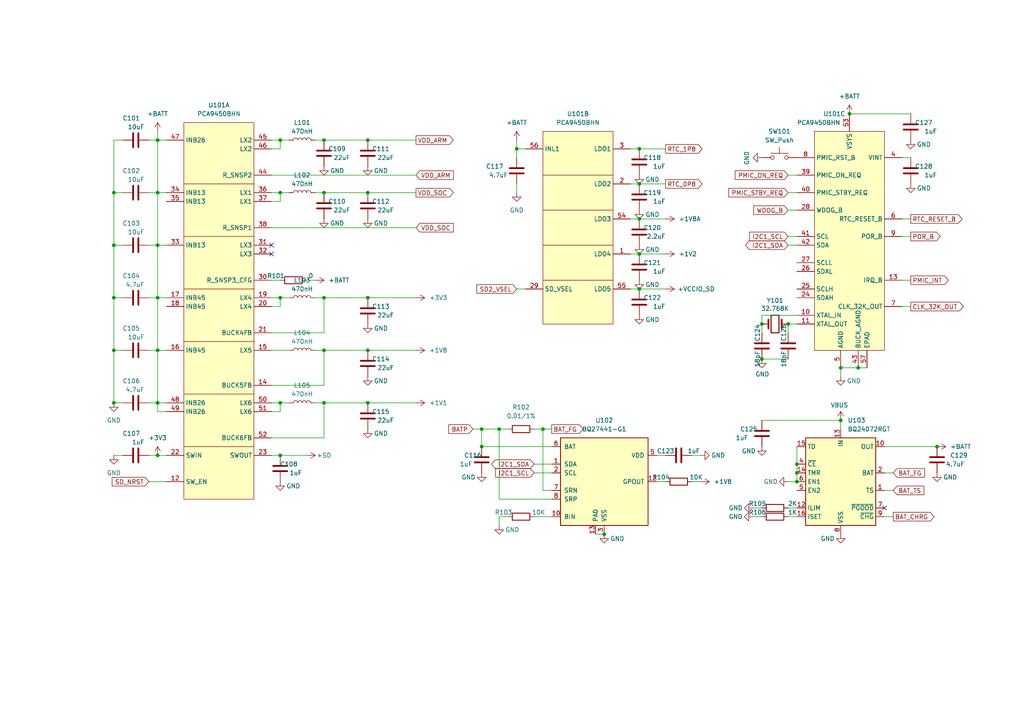
<source format=kicad_sch>
(kicad_sch (version 20211123) (generator eeschema)
  (paper "A4")
  (title_block (title "Sharket") (date "2022-09-21") (rev "0.0"))
  (lib_symbols
    (symbol "Battery_Management:BQ24072RGT"
      (property "Reference" "U" (at -8.89 13.97 0))
      (property "Value" "BQ24072RGT" (at 16.51 13.97 0))
      (symbol "BQ24072RGT_1_1"
        (pin passive line (at 12.7 -2.54 180) (length 2.54) (name "TS") (number "1"))
        (pin power_out line (at 12.7 10.16 180) (length 2.54) (name "OUT") (number "10"))
        (pin passive line (at 12.7 10.16 180) (length 2.54) hide (name "OUT") (number "11"))
        (pin passive line (at -12.7 -7.62 0) (length 2.54) (name "ILIM") (number "12"))
        (pin power_in line (at 0 15.24 270) (length 2.54) (name "IN") (number "13"))
        (pin input line (at -12.7 2.54 0) (length 2.54) (name "TMR") (number "14"))
        (pin input line (at -12.7 10.16 0) (length 2.54) (name "TD") (number "15"))
        (pin passive line (at -12.7 -10.16 0) (length 2.54) (name "ISET") (number "16"))
        (pin passive line (at 0 -15.24 90) (length 2.54) hide (name "VSS") (number "17"))
        (pin power_out line (at 12.7 2.54 180) (length 2.54) (name "BAT") (number "2"))
        (pin passive line (at 12.7 2.54 180) (length 2.54) hide (name "BAT") (number "3"))
        (pin input line (at -12.7 5.08 0) (length 2.54) (name "~{CE}") (number "4"))
        (pin input line (at -12.7 -2.54 0) (length 2.54) (name "EN2") (number "5"))
        (pin input line (at -12.7 0 0) (length 2.54) (name "EN1") (number "6"))
        (pin open_collector line (at 12.7 -7.62 180) (length 2.54) (name "~{PGOOD}") (number "7"))
        (pin power_in line (at 0 -15.24 90) (length 2.54) (name "VSS") (number "8"))
        (pin open_collector line (at 12.7 -10.16 180) (length 2.54) (name "~{CHG}") (number "9"))
      )
    )
    (symbol "Battery_Management:BQ27441-G1" (pin_names (offset 1.016))
      (property "Reference" "U" (at -5.08 15.875 0))
      (property "Value" "BQ27441-G1" (at -5.08 13.97 0))
      (symbol "BQ27441-G1_1_1"
        (pin bidirectional line (at -15.24 5.08 0) (length 2.54) (name "SDA") (number "1"))
        (pin input line (at -15.24 -10.16 0) (length 2.54) (name "BIN") (number "10"))
        (pin no_connect line (at 10.16 -2.54 180) (length 2.54) hide (name "NC") (number "11"))
        (pin output line (at 15.24 0 180) (length 2.54) (name "GPOUT") (number "12"))
        (pin power_in line (at -2.54 -15.24 90) (length 2.54) (name "PAD") (number "13"))
        (pin input line (at -15.24 2.54 0) (length 2.54) (name "SCL") (number "2"))
        (pin power_in line (at 0 -15.24 90) (length 2.54) (name "VSS") (number "3"))
        (pin no_connect line (at 10.16 -7.62 180) (length 2.54) hide (name "NC") (number "4"))
        (pin power_out line (at 15.24 7.62 180) (length 2.54) (name "VDD") (number "5"))
        (pin power_in line (at -15.24 10.16 0) (length 2.54) (name "BAT") (number "6"))
        (pin input line (at -15.24 -2.54 0) (length 2.54) (name "SRN") (number "7"))
        (pin input line (at -15.24 -5.08 0) (length 2.54) (name "SRP") (number "8"))
        (pin no_connect line (at 10.16 -5.08 180) (length 2.54) hide (name "NC") (number "9"))
      )
    )
    (symbol "Device:C" (pin_numbers hide) (pin_names (offset 0.254))
      (property "Reference" "C" (at 0.635 2.54 0))
      (property "Value" "C" (at 0.635 -2.54 0))
      (symbol "C_1_1"
        (pin passive line (at 0 3.81 270) (length 2.794) (name "~") (number "1"))
        (pin passive line (at 0 -3.81 90) (length 2.794) (name "~") (number "2"))
      )
    )
    (symbol "Device:Crystal" (pin_numbers hide) (pin_names (offset 1.016) hide)
      (property "Reference" "Y" (at 0 3.81 0))
      (property "Value" "Crystal" (at 0 -3.81 0))
      (symbol "Crystal_1_1"
        (pin passive line (at -3.81 0 0) (length 1.27) (name "1") (number "1"))
        (pin passive line (at 3.81 0 180) (length 1.27) (name "2") (number "2"))
      )
    )
    (symbol "Device:L" (pin_numbers hide) (pin_names (offset 1.016) hide)
      (property "Reference" "L" (at -1.27 0 90))
      (property "Value" "L" (at 1.905 0 90))
      (symbol "L_1_1"
        (pin passive line (at 0 3.81 270) (length 1.27) (name "1") (number "1"))
        (pin passive line (at 0 -3.81 90) (length 1.27) (name "2") (number "2"))
      )
    )
    (symbol "Device:R" (pin_numbers hide) (pin_names (offset 0))
      (property "Reference" "R" (at 2.032 0 90))
      (property "Value" "R" (at 0 0 90))
      (symbol "R_1_1"
        (pin passive line (at 0 3.81 270) (length 1.27) (name "~") (number "1"))
        (pin passive line (at 0 -3.81 90) (length 1.27) (name "~") (number "2"))
      )
    )
    (symbol "PCA9450BHN_1"
      (property "Reference" "U" (at 0 0 0))
      (property "Value" "PCA9450BHN_1" (at 0 -2.54 0))
      (symbol "PCA9450BHN_1_1_1"
        (pin input line (at -15.24 -109.22 0) (length 5.08) (name "SW_EN") (number "12"))
        (pin input line (at 15.24 -81.28 180) (length 5.08) (name "BUCK5FB") (number "14"))
        (pin input line (at 15.24 -71.12 180) (length 5.08) (name "LX5") (number "15"))
        (pin input line (at -15.24 -71.12 0) (length 5.08) (name "INB45") (number "16"))
        (pin input line (at -15.24 -55.88 0) (length 5.08) (name "INB45") (number "17"))
        (pin input line (at -15.24 -58.42 0) (length 5.08) (name "INB45") (number "18"))
        (pin input line (at 15.24 -55.88 180) (length 5.08) (name "LX4") (number "19"))
        (pin input line (at 15.24 -58.42 180) (length 5.08) (name "LX4") (number "20"))
        (pin input line (at 15.24 -66.04 180) (length 5.08) (name "BUCK4FB") (number "21"))
        (pin input line (at -15.24 -101.6 0) (length 5.08) (name "SWIN") (number "22"))
        (pin input line (at 15.24 -101.6 180) (length 5.08) (name "SWOUT") (number "23"))
        (pin input line (at 15.24 -50.8 180) (length 5.08) (name "R_SNSP3_CFG") (number "30"))
        (pin input line (at 15.24 -40.64 180) (length 5.08) (name "LX3") (number "31"))
        (pin input line (at 15.24 -43.18 180) (length 5.08) (name "LX3") (number "32"))
        (pin input line (at -15.24 -40.64 0) (length 5.08) (name "INB13") (number "33"))
        (pin input line (at -15.24 -25.4 0) (length 5.08) (name "INB13") (number "34"))
        (pin input line (at -15.24 -27.94 0) (length 5.08) (name "INB13") (number "35"))
        (pin input line (at 15.24 -25.4 180) (length 5.08) (name "LX1") (number "36"))
        (pin input line (at 15.24 -27.94 180) (length 5.08) (name "LX1") (number "37"))
        (pin input line (at 15.24 -35.56 180) (length 5.08) (name "R_SNSP1") (number "38"))
        (pin input line (at 15.24 -20.32 180) (length 5.08) (name "R_SNSP2") (number "44"))
        (pin input line (at 15.24 -10.16 180) (length 5.08) (name "LX2") (number "45"))
        (pin input line (at 15.24 -12.7 180) (length 5.08) (name "LX2") (number "46"))
        (pin input line (at -15.24 -10.16 0) (length 5.08) (name "INB26") (number "47"))
        (pin input line (at -15.24 -86.36 0) (length 5.08) (name "INB26") (number "48"))
        (pin input line (at -15.24 -88.9 0) (length 5.08) (name "INB26") (number "49"))
        (pin input line (at 15.24 -86.36 180) (length 5.08) (name "LX6") (number "50"))
        (pin input line (at 15.24 -88.9 180) (length 5.08) (name "LX6") (number "51"))
        (pin input line (at 15.24 -96.52 180) (length 5.08) (name "BUCK6FB") (number "52"))
      )
      (symbol "PCA9450BHN_1_2_1"
        (pin input line (at 15.24 -40.64 180) (length 5.08) (name "LDO4") (number "1"))
        (pin input line (at 15.24 -20.32 180) (length 5.08) (name "LDO2") (number "2"))
        (pin input line (at -15.24 -50.8 0) (length 5.08) (name "SD_VSEL") (number "29"))
        (pin input line (at 15.24 -10.16 180) (length 5.08) (name "LDO1") (number "3"))
        (pin input line (at 15.24 -30.48 180) (length 5.08) (name "LDO3") (number "54"))
        (pin input line (at 15.24 -50.8 180) (length 5.08) (name "LDO5") (number "55"))
        (pin input line (at -15.24 -10.16 0) (length 5.08) (name "INL1") (number "56"))
      )
      (symbol "PCA9450BHN_1_3_1"
        (pin input line (at -15.24 -68.58 0) (length 5.08) (name "XTAL_IN") (number "10"))
        (pin input line (at -15.24 -71.12 0) (length 5.08) (name "XTAL_OUT") (number "11"))
        (pin input line (at 15.24 -58.42 180) (length 5.08) (name "IRQ_B") (number "13"))
        (pin input line (at -15.24 -63.5 0) (length 5.08) (name "SDAH") (number "24"))
        (pin input line (at -15.24 -60.96 0) (length 5.08) (name "SCLH") (number "25"))
        (pin input line (at -15.24 -55.88 0) (length 5.08) (name "SDAL") (number "26"))
        (pin input line (at -15.24 -53.34 0) (length 5.08) (name "SCLL") (number "27"))
        (pin input line (at -15.24 -38.1 0) (length 5.08) (name "WDOG_B") (number "28"))
        (pin input line (at -15.24 -27.94 0) (length 5.08) (name "PMIC_ON_REQ") (number "39"))
        (pin input line (at 15.24 -22.86 180) (length 5.08) (name "VINT") (number "4"))
        (pin input line (at -15.24 -33.02 0) (length 5.08) (name "PMIC_STBY_REQ") (number "40"))
        (pin input line (at -15.24 -45.72 0) (length 5.08) (name "SCL") (number "41"))
        (pin input line (at -15.24 -48.26 0) (length 5.08) (name "SDA") (number "42"))
        (pin input line (at 2.54 -83.82 90) (length 5.08) (name "BUCK_AGND") (number "43"))
        (pin input line (at -2.54 -83.82 90) (length 5.08) (name "AGND") (number "5"))
        (pin input line (at 0 -10.16 270) (length 5.08) (name "VSYS") (number "53"))
        (pin input line (at 5.08 -83.82 90) (length 5.08) (name "EPAD") (number "57"))
        (pin input line (at 15.24 -40.64 180) (length 5.08) (name "RTC_RESET_B") (number "6"))
        (pin input line (at 15.24 -66.04 180) (length 5.08) (name "CLK_32K_OUT") (number "7"))
        (pin input line (at -15.24 -22.86 0) (length 5.08) (name "PMIC_RST_B") (number "8"))
        (pin input line (at 15.24 -45.72 180) (length 5.08) (name "POR_B") (number "9"))
      )
    )
    (symbol "PCA9450BHN_2"
      (property "Reference" "U" (at 0 0 0))
      (property "Value" "PCA9450BHN_2" (at 0 -2.54 0))
      (symbol "PCA9450BHN_2_1_1"
        (pin input line (at -15.24 -109.22 0) (length 5.08) (name "SW_EN") (number "12"))
        (pin input line (at 15.24 -81.28 180) (length 5.08) (name "BUCK5FB") (number "14"))
        (pin input line (at 15.24 -71.12 180) (length 5.08) (name "LX5") (number "15"))
        (pin input line (at -15.24 -71.12 0) (length 5.08) (name "INB45") (number "16"))
        (pin input line (at -15.24 -55.88 0) (length 5.08) (name "INB45") (number "17"))
        (pin input line (at -15.24 -58.42 0) (length 5.08) (name "INB45") (number "18"))
        (pin input line (at 15.24 -55.88 180) (length 5.08) (name "LX4") (number "19"))
        (pin input line (at 15.24 -58.42 180) (length 5.08) (name "LX4") (number "20"))
        (pin input line (at 15.24 -66.04 180) (length 5.08) (name "BUCK4FB") (number "21"))
        (pin input line (at -15.24 -101.6 0) (length 5.08) (name "SWIN") (number "22"))
        (pin input line (at 15.24 -101.6 180) (length 5.08) (name "SWOUT") (number "23"))
        (pin input line (at 15.24 -50.8 180) (length 5.08) (name "R_SNSP3_CFG") (number "30"))
        (pin input line (at 15.24 -40.64 180) (length 5.08) (name "LX3") (number "31"))
        (pin input line (at 15.24 -43.18 180) (length 5.08) (name "LX3") (number "32"))
        (pin input line (at -15.24 -40.64 0) (length 5.08) (name "INB13") (number "33"))
        (pin input line (at -15.24 -25.4 0) (length 5.08) (name "INB13") (number "34"))
        (pin input line (at -15.24 -27.94 0) (length 5.08) (name "INB13") (number "35"))
        (pin input line (at 15.24 -25.4 180) (length 5.08) (name "LX1") (number "36"))
        (pin input line (at 15.24 -27.94 180) (length 5.08) (name "LX1") (number "37"))
        (pin input line (at 15.24 -35.56 180) (length 5.08) (name "R_SNSP1") (number "38"))
        (pin input line (at 15.24 -20.32 180) (length 5.08) (name "R_SNSP2") (number "44"))
        (pin input line (at 15.24 -10.16 180) (length 5.08) (name "LX2") (number "45"))
        (pin input line (at 15.24 -12.7 180) (length 5.08) (name "LX2") (number "46"))
        (pin input line (at -15.24 -10.16 0) (length 5.08) (name "INB26") (number "47"))
        (pin input line (at -15.24 -86.36 0) (length 5.08) (name "INB26") (number "48"))
        (pin input line (at -15.24 -88.9 0) (length 5.08) (name "INB26") (number "49"))
        (pin input line (at 15.24 -86.36 180) (length 5.08) (name "LX6") (number "50"))
        (pin input line (at 15.24 -88.9 180) (length 5.08) (name "LX6") (number "51"))
        (pin input line (at 15.24 -96.52 180) (length 5.08) (name "BUCK6FB") (number "52"))
      )
      (symbol "PCA9450BHN_2_2_1"
        (pin input line (at 15.24 -40.64 180) (length 5.08) (name "LDO4") (number "1"))
        (pin input line (at 15.24 -20.32 180) (length 5.08) (name "LDO2") (number "2"))
        (pin input line (at -15.24 -50.8 0) (length 5.08) (name "SD_VSEL") (number "29"))
        (pin input line (at 15.24 -10.16 180) (length 5.08) (name "LDO1") (number "3"))
        (pin input line (at 15.24 -30.48 180) (length 5.08) (name "LDO3") (number "54"))
        (pin input line (at 15.24 -50.8 180) (length 5.08) (name "LDO5") (number "55"))
        (pin input line (at -15.24 -10.16 0) (length 5.08) (name "INL1") (number "56"))
      )
      (symbol "PCA9450BHN_2_3_1"
        (pin input line (at -15.24 -68.58 0) (length 5.08) (name "XTAL_IN") (number "10"))
        (pin input line (at -15.24 -71.12 0) (length 5.08) (name "XTAL_OUT") (number "11"))
        (pin input line (at 15.24 -58.42 180) (length 5.08) (name "IRQ_B") (number "13"))
        (pin input line (at -15.24 -63.5 0) (length 5.08) (name "SDAH") (number "24"))
        (pin input line (at -15.24 -60.96 0) (length 5.08) (name "SCLH") (number "25"))
        (pin input line (at -15.24 -55.88 0) (length 5.08) (name "SDAL") (number "26"))
        (pin input line (at -15.24 -53.34 0) (length 5.08) (name "SCLL") (number "27"))
        (pin input line (at -15.24 -38.1 0) (length 5.08) (name "WDOG_B") (number "28"))
        (pin input line (at -15.24 -27.94 0) (length 5.08) (name "PMIC_ON_REQ") (number "39"))
        (pin input line (at 15.24 -22.86 180) (length 5.08) (name "VINT") (number "4"))
        (pin input line (at -15.24 -33.02 0) (length 5.08) (name "PMIC_STBY_REQ") (number "40"))
        (pin input line (at -15.24 -45.72 0) (length 5.08) (name "SCL") (number "41"))
        (pin input line (at -15.24 -48.26 0) (length 5.08) (name "SDA") (number "42"))
        (pin input line (at 2.54 -83.82 90) (length 5.08) (name "BUCK_AGND") (number "43"))
        (pin input line (at -2.54 -83.82 90) (length 5.08) (name "AGND") (number "5"))
        (pin input line (at 0 -10.16 270) (length 5.08) (name "VSYS") (number "53"))
        (pin input line (at 5.08 -83.82 90) (length 5.08) (name "EPAD") (number "57"))
        (pin input line (at 15.24 -40.64 180) (length 5.08) (name "RTC_RESET_B") (number "6"))
        (pin input line (at 15.24 -66.04 180) (length 5.08) (name "CLK_32K_OUT") (number "7"))
        (pin input line (at -15.24 -22.86 0) (length 5.08) (name "PMIC_RST_B") (number "8"))
        (pin input line (at 15.24 -45.72 180) (length 5.08) (name "POR_B") (number "9"))
      )
    )
    (symbol "Switch:SW_Push" (pin_numbers hide) (pin_names (offset 1.016) hide)
      (property "Reference" "SW" (at 1.27 2.54 0))
      (property "Value" "SW_Push" (at 0 -1.524 0))
      (symbol "SW_Push_0_1"
        (pin passive line (at -5.08 0 0) (length 2.54) (name "1") (number "1"))
        (pin passive line (at 5.08 0 180) (length 2.54) (name "2") (number "2"))
      )
    )
    (symbol "power:+1V1" (power) (pin_names (offset 0))
      (property "Value" "+1V1" (at 0 3.556 0))
      (symbol "+1V1_1_1"
        (pin power_in line (at 0 0 90) (length 0) hide (name "+1V1") (number "1"))
      )
    )
    (symbol "power:+1V2" (power) (pin_names (offset 0))
      (property "Value" "+1V2" (at 0 3.556 0))
      (symbol "+1V2_1_1"
        (pin power_in line (at 0 0 90) (length 0) hide (name "+1V2") (number "1"))
      )
    )
    (symbol "power:+1V8" (power) (pin_names (offset 0))
      (property "Value" "+1V8" (at 0 3.556 0))
      (symbol "+1V8_1_1"
        (pin power_in line (at 0 0 90) (length 0) hide (name "+1V8") (number "1"))
      )
    )
    (symbol "power:+3V3" (power) (pin_names (offset 0))
      (property "Value" "+3V3" (at 0 3.556 0))
      (symbol "+3V3_1_1"
        (pin power_in line (at 0 0 90) (length 0) hide (name "+3V3") (number "1"))
      )
    )
    (symbol "power:+BATT" (power) (pin_names (offset 0))
      (property "Value" "+BATT" (at 0 3.556 0))
      (symbol "+BATT_1_1"
        (pin power_in line (at 0 0 90) (length 0) hide (name "+BATT") (number "1"))
      )
    )
    (symbol "power:GND" (power) (pin_names (offset 0))
      (property "Value" "GND" (at 0 -3.81 0))
      (symbol "GND_1_1"
        (pin power_in line (at 0 0 270) (length 0) hide (name "GND") (number "1"))
      )
    )
    (symbol "power:VBUS" (power) (pin_names (offset 0))
      (property "Value" "VBUS" (at 0 3.81 0))
      (symbol "VBUS_1_1"
        (pin power_in line (at 0 0 90) (length 0) hide (name "VBUS") (number "1"))
      )
    )
    (symbol "symbols:+1V8A" (power) (pin_names (offset 0))
      (property "Value" "+1V8A" (at 0 3.556 0))
      (symbol "+1V8A_1_1"
        (pin power_in line (at 0 0 90) (length 0) hide (name "+1V8A") (number "1"))
      )
    )
    (symbol "symbols:+SD" (power) (pin_names (offset 0))
      (property "Value" "+SD" (at 0 3.556 0))
      (symbol "+SD_1_1"
        (pin power_in line (at 0 0 90) (length 0) hide (name "+SD") (number "1"))
      )
    )
    (symbol "symbols:+VCCIO_SD" (power) (pin_names (offset 0))
      (property "Value" "+VCCIO_SD" (at 0 3.556 0))
      (symbol "+VCCIO_SD_1_1"
        (pin power_in line (at 0 0 90) (length 0) hide (name "+VCCIO_SD") (number "1"))
      )
    )
    (symbol "symbols:PCA9450BHN"
      (property "Reference" "U" (at 0 0 0))
      (property "Value" "PCA9450BHN" (at 0 -2.54 0))
      (symbol "PCA9450BHN_1_1"
        (pin input line (at -15.24 -109.22 0) (length 5.08) (name "SW_EN") (number "12"))
        (pin input line (at 15.24 -81.28 180) (length 5.08) (name "BUCK5FB") (number "14"))
        (pin input line (at 15.24 -71.12 180) (length 5.08) (name "LX5") (number "15"))
        (pin input line (at -15.24 -71.12 0) (length 5.08) (name "INB45") (number "16"))
        (pin input line (at -15.24 -55.88 0) (length 5.08) (name "INB45") (number "17"))
        (pin input line (at -15.24 -58.42 0) (length 5.08) (name "INB45") (number "18"))
        (pin input line (at 15.24 -55.88 180) (length 5.08) (name "LX4") (number "19"))
        (pin input line (at 15.24 -58.42 180) (length 5.08) (name "LX4") (number "20"))
        (pin input line (at 15.24 -66.04 180) (length 5.08) (name "BUCK4FB") (number "21"))
        (pin input line (at -15.24 -101.6 0) (length 5.08) (name "SWIN") (number "22"))
        (pin input line (at 15.24 -101.6 180) (length 5.08) (name "SWOUT") (number "23"))
        (pin input line (at 15.24 -50.8 180) (length 5.08) (name "R_SNSP3_CFG") (number "30"))
        (pin input line (at 15.24 -40.64 180) (length 5.08) (name "LX3") (number "31"))
        (pin input line (at 15.24 -43.18 180) (length 5.08) (name "LX3") (number "32"))
        (pin input line (at -15.24 -40.64 0) (length 5.08) (name "INB13") (number "33"))
        (pin input line (at -15.24 -25.4 0) (length 5.08) (name "INB13") (number "34"))
        (pin input line (at -15.24 -27.94 0) (length 5.08) (name "INB13") (number "35"))
        (pin input line (at 15.24 -25.4 180) (length 5.08) (name "LX1") (number "36"))
        (pin input line (at 15.24 -27.94 180) (length 5.08) (name "LX1") (number "37"))
        (pin input line (at 15.24 -35.56 180) (length 5.08) (name "R_SNSP1") (number "38"))
        (pin input line (at 15.24 -20.32 180) (length 5.08) (name "R_SNSP2") (number "44"))
        (pin input line (at 15.24 -10.16 180) (length 5.08) (name "LX2") (number "45"))
        (pin input line (at 15.24 -12.7 180) (length 5.08) (name "LX2") (number "46"))
        (pin input line (at -15.24 -10.16 0) (length 5.08) (name "INB26") (number "47"))
        (pin input line (at -15.24 -86.36 0) (length 5.08) (name "INB26") (number "48"))
        (pin input line (at -15.24 -88.9 0) (length 5.08) (name "INB26") (number "49"))
        (pin input line (at 15.24 -86.36 180) (length 5.08) (name "LX6") (number "50"))
        (pin input line (at 15.24 -88.9 180) (length 5.08) (name "LX6") (number "51"))
        (pin input line (at 15.24 -96.52 180) (length 5.08) (name "BUCK6FB") (number "52"))
      )
      (symbol "PCA9450BHN_2_1"
        (pin input line (at 15.24 -40.64 180) (length 5.08) (name "LDO4") (number "1"))
        (pin input line (at 15.24 -20.32 180) (length 5.08) (name "LDO2") (number "2"))
        (pin input line (at -15.24 -50.8 0) (length 5.08) (name "SD_VSEL") (number "29"))
        (pin input line (at 15.24 -10.16 180) (length 5.08) (name "LDO1") (number "3"))
        (pin input line (at 15.24 -30.48 180) (length 5.08) (name "LDO3") (number "54"))
        (pin input line (at 15.24 -50.8 180) (length 5.08) (name "LDO5") (number "55"))
        (pin input line (at -15.24 -10.16 0) (length 5.08) (name "INL1") (number "56"))
      )
      (symbol "PCA9450BHN_3_1"
        (pin input line (at -15.24 -68.58 0) (length 5.08) (name "XTAL_IN") (number "10"))
        (pin input line (at -15.24 -71.12 0) (length 5.08) (name "XTAL_OUT") (number "11"))
        (pin input line (at 15.24 -58.42 180) (length 5.08) (name "IRQ_B") (number "13"))
        (pin input line (at -15.24 -63.5 0) (length 5.08) (name "SDAH") (number "24"))
        (pin input line (at -15.24 -60.96 0) (length 5.08) (name "SCLH") (number "25"))
        (pin input line (at -15.24 -55.88 0) (length 5.08) (name "SDAL") (number "26"))
        (pin input line (at -15.24 -53.34 0) (length 5.08) (name "SCLL") (number "27"))
        (pin input line (at -15.24 -38.1 0) (length 5.08) (name "WDOG_B") (number "28"))
        (pin input line (at -15.24 -27.94 0) (length 5.08) (name "PMIC_ON_REQ") (number "39"))
        (pin input line (at 15.24 -22.86 180) (length 5.08) (name "VINT") (number "4"))
        (pin input line (at -15.24 -33.02 0) (length 5.08) (name "PMIC_STBY_REQ") (number "40"))
        (pin input line (at -15.24 -45.72 0) (length 5.08) (name "SCL") (number "41"))
        (pin input line (at -15.24 -48.26 0) (length 5.08) (name "SDA") (number "42"))
        (pin input line (at 2.54 -83.82 90) (length 5.08) (name "BUCK_AGND") (number "43"))
        (pin input line (at -2.54 -83.82 90) (length 5.08) (name "AGND") (number "5"))
        (pin input line (at 0 -10.16 270) (length 5.08) (name "VSYS") (number "53"))
        (pin input line (at 5.08 -83.82 90) (length 5.08) (name "EPAD") (number "57"))
        (pin input line (at 15.24 -40.64 180) (length 5.08) (name "RTC_RESET_B") (number "6"))
        (pin input line (at 15.24 -66.04 180) (length 5.08) (name "CLK_32K_OUT") (number "7"))
        (pin input line (at -15.24 -22.86 0) (length 5.08) (name "PMIC_RST_B") (number "8"))
        (pin input line (at 15.24 -45.72 180) (length 5.08) (name "POR_B") (number "9"))
      )
    )
  )
  (junction (at 228.6 93.98))
  (junction (at 81.28 40.64))
  (junction (at 185.42 43.18))
  (junction (at 185.42 53.34))
  (junction (at 45.72 55.88))
  (junction (at 93.98 116.84))
  (junction (at 139.7 124.46))
  (junction (at 106.68 101.6))
  (junction (at 246.38 33.02))
  (junction (at 93.98 101.6))
  (junction (at 45.72 132.08))
  (junction (at 106.68 116.84))
  (junction (at 220.98 104.14) (diameter 0.9144))
  (junction (at 231.14 134.62))
  (junction (at 81.28 86.36))
  (junction (at 45.72 71.12))
  (junction (at 45.72 86.36))
  (junction (at 45.72 40.64))
  (junction (at 185.42 63.5))
  (junction (at 248.92 106.68))
  (junction (at 220.98 93.98))
  (junction (at 243.84 106.68))
  (junction (at 271.78 129.54))
  (junction (at 157.48 124.46))
  (junction (at 93.98 55.88))
  (junction (at 81.28 55.88))
  (junction (at 33.02 55.88))
  (junction (at 93.98 86.36))
  (junction (at 231.14 137.16))
  (junction (at 185.42 83.82))
  (junction (at 175.26 154.94))
  (junction (at 45.72 116.84))
  (junction (at 81.28 132.08))
  (junction (at 106.68 40.64))
  (junction (at 231.14 139.7))
  (junction (at 106.68 55.88))
  (junction (at 139.7 129.54))
  (junction (at 33.02 116.84))
  (junction (at 81.28 116.84))
  (junction (at 149.86 43.18))
  (junction (at 243.84 121.92))
  (junction (at 45.72 101.6))
  (junction (at 106.68 86.36))
  (junction (at 33.02 101.6))
  (junction (at 33.02 86.36))
  (junction (at 93.98 40.64))
  (junction (at 144.78 124.46))
  (junction (at 185.42 73.66))
  (junction (at 33.02 71.12))
  (no_connect (at 78.74 71.12))
  (no_connect (at 78.74 73.66))
  (no_connect (at 256.54 147.32))
  (wire (pts (xy 43.18 132.08) (xy 45.72 132.08)))
  (wire (pts (xy 45.72 101.6) (xy 45.72 116.84)))
  (wire (pts (xy 228.6 71.12) (xy 231.14 71.12)))
  (wire (pts (xy 157.48 124.46) (xy 157.48 142.24)))
  (wire (pts (xy 33.02 71.12) (xy 35.56 71.12)))
  (wire (pts (xy 147.32 149.86) (xy 144.78 149.86)))
  (wire (pts (xy 33.02 132.08) (xy 35.56 132.08)))
  (wire (pts (xy 185.42 73.66) (xy 193.04 73.66)))
  (wire (pts (xy 228.6 147.32) (xy 231.14 147.32)))
  (wire (pts (xy 81.28 40.64) (xy 83.82 40.64)))
  (wire (pts (xy 45.72 116.84) (xy 48.26 116.84)))
  (wire (pts (xy 154.94 124.46) (xy 157.48 124.46)))
  (wire (pts (xy 78.74 40.64) (xy 81.28 40.64)))
  (wire (pts (xy 231.14 134.62) (xy 231.14 137.16)))
  (wire (pts (xy 78.74 88.9) (xy 81.28 88.9)))
  (wire (pts (xy 248.92 106.68) (xy 251.46 106.68)))
  (wire (pts (xy 81.28 116.84) (xy 83.82 116.84)))
  (wire (pts (xy 139.7 129.54) (xy 160.02 129.54)))
  (wire (pts (xy 45.72 71.12) (xy 45.72 86.36)))
  (wire (pts (xy 228.6 68.58) (xy 231.14 68.58)))
  (wire (pts (xy 45.72 86.36) (xy 48.26 86.36)))
  (wire (pts (xy 81.28 132.08) (xy 88.9 132.08)))
  (wire (pts (xy 81.28 88.9) (xy 81.28 86.36)))
  (wire (pts (xy 43.18 71.12) (xy 45.72 71.12)))
  (wire (pts (xy 91.44 55.88) (xy 93.98 55.88)))
  (wire (pts (xy 182.88 83.82) (xy 185.42 83.82)))
  (wire (pts (xy 33.02 71.12) (xy 33.02 86.36)))
  (wire (pts (xy 78.74 116.84) (xy 81.28 116.84)))
  (wire (pts (xy 33.02 101.6) (xy 33.02 116.84)))
  (wire (pts (xy 45.72 40.64) (xy 48.26 40.64)))
  (wire (pts (xy 33.02 55.88) (xy 33.02 71.12)))
  (wire (pts (xy 149.86 40.64) (xy 149.86 43.18)))
  (wire (pts (xy 45.72 40.64) (xy 45.72 55.88)))
  (wire (pts (xy 91.44 86.36) (xy 93.98 86.36)))
  (wire (pts (xy 228.6 104.14) (xy 220.98 104.14)))
  (wire (pts (xy 35.56 40.64) (xy 33.02 40.64)))
  (wire (pts (xy 182.88 43.18) (xy 185.42 43.18)))
  (wire (pts (xy 33.02 40.64) (xy 33.02 55.88)))
  (wire (pts (xy 182.88 53.34) (xy 185.42 53.34)))
  (wire (pts (xy 78.74 111.76) (xy 93.98 111.76)))
  (wire (pts (xy 190.5 132.08) (xy 193.04 132.08)))
  (wire (pts (xy 45.72 119.38) (xy 48.26 119.38)))
  (wire (pts (xy 93.98 55.88) (xy 106.68 55.88)))
  (wire (pts (xy 228.6 93.98) (xy 231.14 93.98)))
  (wire (pts (xy 185.42 63.5) (xy 193.04 63.5)))
  (wire (pts (xy 45.72 38.1) (xy 45.72 40.64)))
  (wire (pts (xy 228.6 139.7) (xy 231.14 139.7)))
  (wire (pts (xy 78.74 86.36) (xy 81.28 86.36)))
  (wire (pts (xy 106.68 86.36) (xy 120.65 86.36)))
  (wire (pts (xy 43.18 86.36) (xy 45.72 86.36)))
  (wire (pts (xy 243.84 106.68) (xy 243.84 109.22)))
  (wire (pts (xy 45.72 116.84) (xy 45.72 119.38)))
  (wire (pts (xy 91.44 116.84) (xy 93.98 116.84)))
  (wire (pts (xy 78.74 119.38) (xy 81.28 119.38)))
  (wire (pts (xy 43.18 116.84) (xy 45.72 116.84)))
  (wire (pts (xy 231.14 129.54) (xy 231.14 134.62)))
  (wire (pts (xy 81.28 43.18) (xy 81.28 40.64)))
  (wire (pts (xy 43.18 40.64) (xy 45.72 40.64)))
  (wire (pts (xy 106.68 101.6) (xy 120.65 101.6)))
  (wire (pts (xy 160.02 142.24) (xy 157.48 142.24)))
  (wire (pts (xy 228.6 96.52) (xy 228.6 93.98)))
  (wire (pts (xy 200.66 139.7) (xy 203.2 139.7)))
  (wire (pts (xy 144.78 149.86) (xy 144.78 152.4)))
  (wire (pts (xy 93.98 101.6) (xy 106.68 101.6)))
  (wire (pts (xy 43.18 139.7) (xy 48.26 139.7)))
  (wire (pts (xy 45.72 101.6) (xy 48.26 101.6)))
  (wire (pts (xy 246.38 33.02) (xy 264.16 33.02)))
  (wire (pts (xy 256.54 149.86) (xy 259.08 149.86)))
  (wire (pts (xy 139.7 124.46) (xy 139.7 129.54)))
  (wire (pts (xy 33.02 86.36) (xy 35.56 86.36)))
  (wire (pts (xy 33.02 86.36) (xy 33.02 101.6)))
  (wire (pts (xy 139.7 124.46) (xy 144.78 124.46)))
  (wire (pts (xy 154.94 137.16) (xy 160.02 137.16)))
  (wire (pts (xy 81.28 58.42) (xy 81.28 55.88)))
  (wire (pts (xy 88.9 81.28) (xy 91.44 81.28)))
  (wire (pts (xy 149.86 43.18) (xy 149.86 45.72)))
  (wire (pts (xy 33.02 55.88) (xy 35.56 55.88)))
  (wire (pts (xy 144.78 124.46) (xy 147.32 124.46)))
  (wire (pts (xy 261.62 63.5) (xy 264.16 63.5)))
  (wire (pts (xy 256.54 129.54) (xy 271.78 129.54)))
  (wire (pts (xy 78.74 101.6) (xy 83.82 101.6)))
  (wire (pts (xy 106.68 116.84) (xy 120.65 116.84)))
  (wire (pts (xy 256.54 137.16) (xy 259.08 137.16)))
  (wire (pts (xy 149.86 83.82) (xy 152.4 83.82)))
  (wire (pts (xy 91.44 40.64) (xy 93.98 40.64)))
  (wire (pts (xy 78.74 50.8) (xy 120.65 50.8)))
  (wire (pts (xy 45.72 55.88) (xy 48.26 55.88)))
  (wire (pts (xy 93.98 116.84) (xy 106.68 116.84)))
  (wire (pts (xy 154.94 149.86) (xy 160.02 149.86)))
  (wire (pts (xy 228.6 55.88) (xy 231.14 55.88)))
  (wire (pts (xy 231.14 91.44) (xy 220.98 91.44)))
  (wire (pts (xy 81.28 86.36) (xy 83.82 86.36)))
  (wire (pts (xy 261.62 68.58) (xy 264.16 68.58)))
  (wire (pts (xy 157.48 124.46) (xy 160.02 124.46)))
  (wire (pts (xy 218.44 147.32) (xy 220.98 147.32)))
  (wire (pts (xy 35.56 116.84) (xy 33.02 116.84)))
  (wire (pts (xy 45.72 55.88) (xy 45.72 71.12)))
  (wire (pts (xy 182.88 73.66) (xy 185.42 73.66)))
  (wire (pts (xy 78.74 58.42) (xy 81.28 58.42)))
  (wire (pts (xy 152.4 43.18) (xy 149.86 43.18)))
  (wire (pts (xy 93.98 111.76) (xy 93.98 101.6)))
  (wire (pts (xy 81.28 55.88) (xy 83.82 55.88)))
  (wire (pts (xy 93.98 127) (xy 93.98 116.84)))
  (wire (pts (xy 43.18 55.88) (xy 45.72 55.88)))
  (wire (pts (xy 78.74 55.88) (xy 81.28 55.88)))
  (wire (pts (xy 45.72 132.08) (xy 48.26 132.08)))
  (wire (pts (xy 93.98 96.52) (xy 93.98 86.36)))
  (wire (pts (xy 78.74 66.04) (xy 120.65 66.04)))
  (wire (pts (xy 185.42 83.82) (xy 193.04 83.82)))
  (wire (pts (xy 231.14 137.16) (xy 231.14 139.7)))
  (wire (pts (xy 154.94 134.62) (xy 160.02 134.62)))
  (wire (pts (xy 43.18 101.6) (xy 45.72 101.6)))
  (wire (pts (xy 149.86 53.34) (xy 149.86 55.88)))
  (wire (pts (xy 106.68 55.88) (xy 120.65 55.88)))
  (wire (pts (xy 261.62 45.72) (xy 264.16 45.72)))
  (wire (pts (xy 91.44 101.6) (xy 93.98 101.6)))
  (wire (pts (xy 45.72 71.12) (xy 48.26 71.12)))
  (wire (pts (xy 228.6 50.8) (xy 231.14 50.8)))
  (wire (pts (xy 160.02 144.78) (xy 144.78 144.78)))
  (wire (pts (xy 78.74 96.52) (xy 93.98 96.52)))
  (wire (pts (xy 144.78 144.78) (xy 144.78 124.46)))
  (wire (pts (xy 81.28 119.38) (xy 81.28 116.84)))
  (wire (pts (xy 93.98 86.36) (xy 106.68 86.36)))
  (wire (pts (xy 200.66 132.08) (xy 203.2 132.08)))
  (wire (pts (xy 261.62 81.28) (xy 264.16 81.28)))
  (wire (pts (xy 182.88 63.5) (xy 185.42 63.5)))
  (wire (pts (xy 185.42 43.18) (xy 193.04 43.18)))
  (wire (pts (xy 33.02 101.6) (xy 35.56 101.6)))
  (wire (pts (xy 106.68 40.64) (xy 120.65 40.64)))
  (wire (pts (xy 78.74 132.08) (xy 81.28 132.08)))
  (wire (pts (xy 220.98 96.52) (xy 220.98 93.98)))
  (wire (pts (xy 228.6 60.96) (xy 231.14 60.96)))
  (wire (pts (xy 185.42 53.34) (xy 193.04 53.34)))
  (wire (pts (xy 190.5 139.7) (xy 193.04 139.7)))
  (wire (pts (xy 220.98 91.44) (xy 220.98 93.98)))
  (wire (pts (xy 78.74 43.18) (xy 81.28 43.18)))
  (wire (pts (xy 172.72 154.94) (xy 175.26 154.94)))
  (wire (pts (xy 220.98 121.92) (xy 243.84 121.92)))
  (wire (pts (xy 218.44 149.86) (xy 220.98 149.86)))
  (wire (pts (xy 93.98 40.64) (xy 106.68 40.64)))
  (wire (pts (xy 243.84 106.68) (xy 248.92 106.68)))
  (wire (pts (xy 228.6 149.86) (xy 231.14 149.86)))
  (wire (pts (xy 261.62 88.9) (xy 264.16 88.9)))
  (wire (pts (xy 45.72 86.36) (xy 45.72 101.6)))
  (wire (pts (xy 78.74 127) (xy 93.98 127)))
  (wire (pts (xy 243.84 121.92) (xy 243.84 124.46)))
  (wire (pts (xy 137.16 124.46) (xy 139.7 124.46)))
  (wire (pts (xy 256.54 142.24) (xy 259.08 142.24)))
  (wire (pts (xy 78.74 81.28) (xy 81.28 81.28)))
  (global_label "I2C1_SCL" (shape input) (at 228.6 68.58 180) (property "Intersheet References" "${INTERSHEET_REFS}" (effects hide)))
  (global_label "PMIC_ON_REQ" (shape input) (at 228.6 50.8 180) (property "Intersheet References" "${INTERSHEET_REFS}" (effects hide)))
  (global_label "PMIC_INT" (shape output) (at 264.16 81.28 0) (property "Intersheet References" "${INTERSHEET_REFS}" (effects hide)))
  (global_label "I2C1_SDA" (shape bidirectional) (at 154.94 134.62 180) (property "Intersheet References" "${INTERSHEET_REFS}" (effects hide)))
  (global_label "BAT_TS" (shape input) (at 259.08 142.24 0) (property "Intersheet References" "${INTERSHEET_REFS}" (effects hide)))
  (global_label "VDD_ARM" (shape output) (at 120.65 40.64 0) (property "Intersheet References" "${INTERSHEET_REFS}" (effects hide)))
  (global_label "BATP" (shape input) (at 137.16 124.46 180) (property "Intersheet References" "${INTERSHEET_REFS}" (effects hide)))
  (global_label "POR_B" (shape output) (at 264.16 68.58 0) (property "Intersheet References" "${INTERSHEET_REFS}" (effects hide)))
  (global_label "BAT_CHRG" (shape output) (at 259.08 149.86 0) (property "Intersheet References" "${INTERSHEET_REFS}" (effects hide)))
  (global_label "SD2_VSEL" (shape input) (at 149.86 83.82 180) (property "Intersheet References" "${INTERSHEET_REFS}" (effects hide)))
  (global_label "BAT_FG" (shape output) (at 160.02 124.46 0) (property "Intersheet References" "${INTERSHEET_REFS}" (effects hide)))
  (global_label "SD_NRST" (shape input) (at 43.18 139.7 180) (property "Intersheet References" "${INTERSHEET_REFS}" (effects hide)))
  (global_label "RTC_0P8" (shape output) (at 193.04 53.34 0) (property "Intersheet References" "${INTERSHEET_REFS}" (effects hide)))
  (global_label "VDD_SOC" (shape input) (at 120.65 66.04 0) (property "Intersheet References" "${INTERSHEET_REFS}" (effects hide)))
  (global_label "PMIC_STBY_REQ" (shape input) (at 228.6 55.88 180) (property "Intersheet References" "${INTERSHEET_REFS}" (effects hide)))
  (global_label "VDD_SOC" (shape output) (at 120.65 55.88 0) (property "Intersheet References" "${INTERSHEET_REFS}" (effects hide)))
  (global_label "VDD_ARM" (shape input) (at 120.65 50.8 0) (property "Intersheet References" "${INTERSHEET_REFS}" (effects hide)))
  (global_label "BAT_FG" (shape input) (at 259.08 137.16 0) (property "Intersheet References" "${INTERSHEET_REFS}" (effects hide)))
  (global_label "RTC_RESET_B" (shape output) (at 264.16 63.5 0) (property "Intersheet References" "${INTERSHEET_REFS}" (effects hide)))
  (global_label "WDOG_B" (shape input) (at 228.6 60.96 180) (property "Intersheet References" "${INTERSHEET_REFS}" (effects hide)))
  (global_label "RTC_1P8" (shape output) (at 193.04 43.18 0) (property "Intersheet References" "${INTERSHEET_REFS}" (effects hide)))
  (global_label "I2C1_SDA" (shape bidirectional) (at 228.6 71.12 180) (property "Intersheet References" "${INTERSHEET_REFS}" (effects hide)))
  (global_label "CLK_32K_OUT" (shape output) (at 264.16 88.9 0) (property "Intersheet References" "${INTERSHEET_REFS}" (effects hide)))
  (global_label "I2C1_SCL" (shape input) (at 154.94 137.16 180) (property "Intersheet References" "${INTERSHEET_REFS}" (effects hide)))
  (symbol (lib_id "Device:R") (at 151.13 149.86 270) (unit 1)
    (property "Reference" "R103" (at 146.05 148.59 90))
    (property "Value" "10K" (at 156.21 148.59 90))
    (property "Footprint" "Resistor_SMD:R_0402_1005Metric" (effects hide))
  )
  (symbol (lib_id "Device:C") (at 39.37 116.84 90) (unit 1)
    (property "Reference" "C106" (at 40.64 110.49 90) (effects (justify left)))
    (property "Value" "4.7uF" (at 41.91 113.03 90) (effects (justify left)))
    (property "Footprint" "Capacitor_SMD:C_0402_1005Metric" (effects hide))
  )
  (symbol (lib_id "power:GND") (at 93.98 48.26 0) (unit 1)
    (property "Reference" "#PWR0108" (effects hide))
    (property "Value" "GND" (at 97.79 49.53 0))
  )
  (symbol (lib_id "power:+1V1") (at 120.65 116.84 270) (unit 1)
    (property "Reference" "#PWR0117" (effects hide))
    (property "Value" "+1V1" (at 124.46 116.8399 90) (effects (justify left)))
  )
  (symbol (lib_id "Device:L") (at 87.63 40.64 90) (unit 1)
    (property "Reference" "L101" (at 87.63 35.56 90))
    (property "Value" "470nH" (at 87.63 38.1 90))
    (property "Footprint" "Inductor_SMD:L_1008_2520Metric" (effects hide))
  )
  (symbol (lib_id "symbols:+SD") (at 88.9 132.08 270) (unit 1)
    (property "Reference" "#PWR0106" (effects hide))
    (property "Value" "+SD" (at 93.98 132.08 90))
  )
  (symbol (lib_id "power:+BATT") (at 149.86 40.64 0) (unit 1)
    (property "Reference" "#PWR0120" (effects hide))
    (property "Value" "+BATT" (at 149.86 35.56 0))
  )
  (symbol (lib_id "symbols:+VCCIO_SD") (at 193.04 83.82 270) (unit 1)
    (property "Reference" "#PWR0130" (effects hide))
    (property "Value" "+VCCIO_SD" (at 201.93 83.82 90))
  )
  (symbol (lib_id "Device:C") (at 39.37 40.64 90) (unit 1)
    (property "Reference" "C101" (at 40.64 34.29 90) (effects (justify left)))
    (property "Value" "10uF" (at 41.91 36.83 90) (effects (justify left)))
    (property "Footprint" "Capacitor_SMD:C_0603_1608Metric" (effects hide))
  )
  (symbol (lib_id "Device:C") (at 220.98 100.33 180) (unit 1)
    (property "Reference" "C124" (at 219.71 96.52 90))
    (property "Value" "18pF" (at 219.71 104.14 90))
    (property "Footprint" "Capacitor_SMD:C_0402_1005Metric" (effects hide))
  )
  (symbol (lib_id "Battery_Management:BQ24072RGT") (at 243.84 139.7 0) (unit 1)
    (property "Reference" "U103" (at 245.8594 121.92 0) (effects (justify left)))
    (property "Value" "BQ24072RGT" (at 245.8594 124.46 0) (effects (justify left)))
    (property "Footprint" "Package_DFN_QFN:VQFN-16-1EP_3x3mm_P0.5mm_EP1.6x1.6mm" (effects hide))
    (property "Datasheet" "http://www.ti.com/lit/ds/symlink/bq24072.pdf" (effects hide))
  )
  (symbol (lib_id "Device:C") (at 271.78 133.35 0) (mirror x) (unit 1)
    (property "Reference" "C129" (at 275.59 132.08 0) (effects (justify left)))
    (property "Value" "4.7uF" (at 274.32 134.62 0) (effects (justify left)))
    (property "Footprint" "Capacitor_SMD:C_0402_1005Metric" (effects hide))
  )
  (symbol (lib_id "power:GND") (at 185.42 91.44 0) (unit 1)
    (property "Reference" "#PWR0127" (effects hide))
    (property "Value" "GND" (at 189.23 92.71 0))
  )
  (symbol (lib_id "Device:C") (at 185.42 67.31 180) (unit 1)
    (property "Reference" "C120" (at 191.77 66.04 0) (effects (justify left)))
    (property "Value" "2.2uF" (at 193.04 68.58 0) (effects (justify left)))
    (property "Footprint" "Capacitor_SMD:C_0402_1005Metric" (effects hide))
  )
  (symbol (lib_id "Device:Crystal") (at 224.79 93.98 0) (unit 1)
    (property "Reference" "Y101" (at 224.79 87.173 0))
    (property "Value" "32.768K" (at 224.79 89.4842 0))
    (property "Footprint" "Crystal:Crystal_SMD_TXC_9HT11-2Pin_2.0x1.2mm_HandSoldering" (effects hide))
  )
  (symbol (lib_id "Device:C") (at 185.42 87.63 180) (unit 1)
    (property "Reference" "C122" (at 191.77 86.36 0) (effects (justify left)))
    (property "Value" "1uF" (at 193.04 88.9 0) (effects (justify left)))
    (property "Footprint" "Capacitor_SMD:C_0201_0603Metric" (effects hide))
  )
  (symbol (lib_name "PCA9450BHN_2") (lib_id "symbols:PCA9450BHN") (at 246.38 22.86 0) (unit 3)
    (property "Reference" "U101" (at 238.76 33.02 0) (effects (justify left)))
    (property "Value" "PCA9450BHN" (at 231.14 35.56 0) (effects (justify left)))
    (property "Footprint" "footprint:QFN-56_EP_7x7_Pitch0.4mm" (effects hide))
  )
  (symbol (lib_id "Device:C") (at 264.16 49.53 180) (unit 1)
    (property "Reference" "C128" (at 270.51 48.26 0) (effects (justify left)))
    (property "Value" "1uF" (at 271.78 50.8 0) (effects (justify left)))
    (property "Footprint" "Capacitor_SMD:C_0201_0603Metric" (effects hide))
  )
  (symbol (lib_id "Device:L") (at 87.63 116.84 90) (unit 1)
    (property "Reference" "L105" (at 87.63 111.76 90))
    (property "Value" "470nH" (at 87.63 114.3 90))
    (property "Footprint" "Inductor_SMD:L_1008_2520Metric" (effects hide))
  )
  (symbol (lib_id "Device:L") (at 87.63 101.6 90) (unit 1)
    (property "Reference" "L104" (at 87.63 96.52 90))
    (property "Value" "470nH" (at 87.63 99.06 90))
    (property "Footprint" "Inductor_SMD:L_1008_2520Metric" (effects hide))
  )
  (symbol (lib_id "Device:C") (at 93.98 44.45 180) (unit 1)
    (property "Reference" "C109" (at 100.33 43.18 0) (effects (justify left)))
    (property "Value" "22uF" (at 101.6 45.72 0) (effects (justify left)))
    (property "Footprint" "Capacitor_SMD:C_0603_1608Metric" (effects hide))
  )
  (symbol (lib_id "power:GND") (at 220.98 129.54 0) (mirror y) (unit 1)
    (property "Reference" "#PWR0137" (effects hide))
    (property "Value" "GND" (at 217.17 130.81 0))
  )
  (symbol (lib_id "power:GND") (at 106.68 48.26 0) (unit 1)
    (property "Reference" "#PWR0110" (effects hide))
    (property "Value" "GND" (at 110.49 49.53 0))
  )
  (symbol (lib_id "power:GND") (at 106.68 109.22 0) (unit 1)
    (property "Reference" "#PWR0113" (effects hide))
    (property "Value" "GND" (at 110.49 110.49 0))
  )
  (symbol (lib_id "power:GND") (at 149.86 55.88 0) (unit 1)
    (property "Reference" "#PWR0121" (effects hide))
    (property "Value" "GND" (at 149.86 60.96 0))
  )
  (symbol (lib_id "Device:C") (at 93.98 59.69 180) (unit 1)
    (property "Reference" "C110" (at 100.33 58.42 0) (effects (justify left)))
    (property "Value" "22uF" (at 101.6 60.96 0) (effects (justify left)))
    (property "Footprint" "Capacitor_SMD:C_0603_1608Metric" (effects hide))
  )
  (symbol (lib_id "power:GND") (at 264.16 53.34 0) (unit 1)
    (property "Reference" "#PWR0144" (effects hide))
    (property "Value" "GND" (at 267.97 54.61 0))
  )
  (symbol (lib_id "Device:C") (at 39.37 86.36 90) (unit 1)
    (property "Reference" "C104" (at 40.64 80.01 90) (effects (justify left)))
    (property "Value" "4.7uF" (at 41.91 82.55 90) (effects (justify left)))
    (property "Footprint" "Capacitor_SMD:C_0402_1005Metric" (effects hide))
  )
  (symbol (lib_id "power:VBUS") (at 243.84 121.92 0) (mirror y) (unit 1)
    (property "Reference" "#PWR0140" (effects hide))
    (property "Value" "VBUS" (at 243.459 117.5258 0))
  )
  (symbol (lib_id "power:GND") (at 33.02 132.08 0) (unit 1)
    (property "Reference" "#PWR0102" (effects hide))
    (property "Value" "GND" (at 33.02 137.16 0))
  )
  (symbol (lib_id "power:GND") (at 139.7 137.16 0) (mirror y) (unit 1)
    (property "Reference" "#PWR0118" (effects hide))
    (property "Value" "GND" (at 135.89 138.43 0))
  )
  (symbol (lib_id "Device:C") (at 149.86 49.53 180) (unit 1)
    (property "Reference" "C117" (at 146.05 48.26 0) (effects (justify left)))
    (property "Value" "4.7uF" (at 147.32 50.8 0) (effects (justify left)))
    (property "Footprint" "Capacitor_SMD:C_0402_1005Metric" (effects hide))
  )
  (symbol (lib_id "power:GND") (at 33.02 116.84 0) (unit 1)
    (property "Reference" "#PWR0101" (effects hide))
    (property "Value" "GND" (at 33.02 121.92 0))
  )
  (symbol (lib_id "Device:R") (at 85.09 81.28 270) (unit 1)
    (property "Reference" "R101" (at 80.01 80.01 90))
    (property "Value" "0" (at 90.17 80.01 90))
    (property "Footprint" "Resistor_SMD:R_0402_1005Metric" (effects hide))
  )
  (symbol (lib_id "power:GND") (at 271.78 137.16 0) (unit 1)
    (property "Reference" "#PWR0146" (effects hide))
    (property "Value" "GND" (at 275.59 138.43 0))
  )
  (symbol (lib_id "symbols:+1V8A") (at 193.04 63.5 270) (unit 1)
    (property "Reference" "#PWR0128" (effects hide))
    (property "Value" "+1V8A" (at 196.85 63.4999 90) (effects (justify left)))
  )
  (symbol (lib_id "power:+BATT") (at 246.38 33.02 0) (unit 1)
    (property "Reference" "#PWR0142" (effects hide))
    (property "Value" "+BATT" (at 246.38 27.94 0))
  )
  (symbol (lib_id "Device:C") (at 185.42 57.15 180) (unit 1)
    (property "Reference" "C119" (at 191.77 55.88 0) (effects (justify left)))
    (property "Value" "1uF" (at 193.04 58.42 0) (effects (justify left)))
    (property "Footprint" "Capacitor_SMD:C_0201_0603Metric" (effects hide))
  )
  (symbol (lib_id "power:GND") (at 228.6 139.7 270) (mirror x) (unit 1)
    (property "Reference" "#PWR0138" (effects hide))
    (property "Value" "GND" (at 223.52 139.7 90))
  )
  (symbol (lib_id "Device:R") (at 196.85 139.7 270) (unit 1)
    (property "Reference" "R104" (at 191.77 138.43 90))
    (property "Value" "10K" (at 201.93 138.43 90))
    (property "Footprint" "Resistor_SMD:R_0402_1005Metric" (effects hide))
  )
  (symbol (lib_id "power:GND") (at 93.98 63.5 0) (unit 1)
    (property "Reference" "#PWR0109" (effects hide))
    (property "Value" "GND" (at 97.79 64.77 0))
  )
  (symbol (lib_id "power:+BATT") (at 45.72 38.1 0) (unit 1)
    (property "Reference" "#PWR0103" (effects hide))
    (property "Value" "+BATT" (at 45.72 33.02 0))
  )
  (symbol (lib_id "Device:C") (at 106.68 120.65 180) (unit 1)
    (property "Reference" "C115" (at 113.03 119.38 0) (effects (justify left)))
    (property "Value" "22uF" (at 114.3 121.92 0) (effects (justify left)))
    (property "Footprint" "Capacitor_SMD:C_0603_1608Metric" (effects hide))
  )
  (symbol (lib_id "power:GND") (at 264.16 40.64 0) (unit 1)
    (property "Reference" "#PWR0143" (effects hide))
    (property "Value" "GND" (at 267.97 41.91 0))
  )
  (symbol (lib_id "Device:C") (at 185.42 46.99 180) (unit 1)
    (property "Reference" "C118" (at 191.77 45.72 0) (effects (justify left)))
    (property "Value" "1uF" (at 193.04 48.26 0) (effects (justify left)))
    (property "Footprint" "Capacitor_SMD:C_0201_0603Metric" (effects hide))
  )
  (symbol (lib_id "Device:C") (at 106.68 90.17 180) (unit 1)
    (property "Reference" "C113" (at 113.03 88.9 0) (effects (justify left)))
    (property "Value" "22uF" (at 114.3 91.44 0) (effects (justify left)))
    (property "Footprint" "Capacitor_SMD:C_0603_1608Metric" (effects hide))
  )
  (symbol (lib_id "power:+BATT") (at 91.44 81.28 270) (unit 1)
    (property "Reference" "#PWR0107" (effects hide))
    (property "Value" "+BATT" (at 95.25 81.2799 90) (effects (justify left)))
  )
  (symbol (lib_id "Device:R") (at 151.13 124.46 90) (unit 1)
    (property "Reference" "R102" (at 151.13 118.11 90))
    (property "Value" "0.01/1%" (at 151.13 120.65 90))
    (property "Footprint" "Resistor_SMD:R_0603_1608Metric" (effects hide))
  )
  (symbol (lib_id "Device:C") (at 106.68 59.69 180) (unit 1)
    (property "Reference" "C112" (at 113.03 58.42 0) (effects (justify left)))
    (property "Value" "22uF" (at 114.3 60.96 0) (effects (justify left)))
    (property "Footprint" "Capacitor_SMD:C_0603_1608Metric" (effects hide))
  )
  (symbol (lib_id "Device:C") (at 228.6 100.33 180) (unit 1)
    (property "Reference" "C126" (at 227.33 96.52 90))
    (property "Value" "18pF" (at 227.33 104.14 90))
    (property "Footprint" "Capacitor_SMD:C_0402_1005Metric" (effects hide))
  )
  (symbol (lib_id "power:+1V8") (at 120.65 101.6 270) (unit 1)
    (property "Reference" "#PWR0116" (effects hide))
    (property "Value" "+1V8" (at 124.46 101.5999 90) (effects (justify left)))
  )
  (symbol (lib_id "power:GND") (at 175.26 154.94 0) (unit 1)
    (property "Reference" "#PWR0122" (effects hide))
    (property "Value" "GND" (at 179.07 156.21 0))
  )
  (symbol (lib_id "Device:C") (at 185.42 77.47 180) (unit 1)
    (property "Reference" "C121" (at 191.77 76.2 0) (effects (justify left)))
    (property "Value" "1uF" (at 193.04 78.74 0) (effects (justify left)))
    (property "Footprint" "Capacitor_SMD:C_0201_0603Metric" (effects hide))
  )
  (symbol (lib_id "Device:C") (at 39.37 55.88 90) (unit 1)
    (property "Reference" "C102" (at 40.64 49.53 90) (effects (justify left)))
    (property "Value" "10uF" (at 41.91 52.07 90) (effects (justify left)))
    (property "Footprint" "Capacitor_SMD:C_0603_1608Metric" (effects hide))
  )
  (symbol (lib_id "power:+1V8") (at 203.2 139.7 270) (unit 1)
    (property "Reference" "#PWR0132" (effects hide))
    (property "Value" "+1V8" (at 207.01 139.6999 90) (effects (justify left)))
  )
  (symbol (lib_id "power:GND") (at 106.68 93.98 0) (unit 1)
    (property "Reference" "#PWR0112" (effects hide))
    (property "Value" "GND" (at 110.49 95.25 0))
  )
  (symbol (lib_id "power:GND") (at 220.98 45.72 270) (unit 1)
    (property "Reference" "#PWR0135" (effects hide))
    (property "Value" "GND" (at 216.5858 45.847 0))
  )
  (symbol (lib_id "power:GND") (at 185.42 50.8 0) (unit 1)
    (property "Reference" "#PWR0123" (effects hide))
    (property "Value" "GND" (at 189.23 52.07 0))
  )
  (symbol (lib_id "power:+BATT") (at 271.78 129.54 270) (unit 1)
    (property "Reference" "#PWR0145" (effects hide))
    (property "Value" "+BATT" (at 275.59 129.5399 90) (effects (justify left)))
  )
  (symbol (lib_id "power:+1V2") (at 193.04 73.66 270) (unit 1)
    (property "Reference" "#PWR0129" (effects hide))
    (property "Value" "+1V2" (at 196.85 73.6599 90) (effects (justify left)))
  )
  (symbol (lib_id "Device:C") (at 264.16 36.83 180) (unit 1)
    (property "Reference" "C127" (at 270.51 35.56 0) (effects (justify left)))
    (property "Value" "1uF" (at 271.78 38.1 0) (effects (justify left)))
    (property "Footprint" "Capacitor_SMD:C_0201_0603Metric" (effects hide))
  )
  (symbol (lib_id "power:GND") (at 144.78 152.4 0) (unit 1)
    (property "Reference" "#PWR0119" (effects hide))
    (property "Value" "GND" (at 148.59 153.67 0))
  )
  (symbol (lib_id "power:GND") (at 243.84 109.22 0) (unit 1)
    (property "Reference" "#PWR0139" (effects hide))
    (property "Value" "GND" (at 247.65 110.49 0))
  )
  (symbol (lib_id "Device:C") (at 106.68 44.45 180) (unit 1)
    (property "Reference" "C111" (at 113.03 43.18 0) (effects (justify left)))
    (property "Value" "22uF" (at 114.3 45.72 0) (effects (justify left)))
    (property "Footprint" "Capacitor_SMD:C_0603_1608Metric" (effects hide))
  )
  (symbol (lib_id "Device:C") (at 139.7 133.35 0) (mirror x) (unit 1)
    (property "Reference" "C116" (at 134.62 132.08 0) (effects (justify left)))
    (property "Value" "1uF" (at 133.35 134.62 0) (effects (justify left)))
    (property "Footprint" "Capacitor_SMD:C_0402_1005Metric" (effects hide))
  )
  (symbol (lib_id "Device:C") (at 39.37 101.6 90) (unit 1)
    (property "Reference" "C105" (at 40.64 95.25 90) (effects (justify left)))
    (property "Value" "10uF" (at 41.91 97.79 90) (effects (justify left)))
    (property "Footprint" "Capacitor_SMD:C_0603_1608Metric" (effects hide))
  )
  (symbol (lib_id "Switch:SW_Push") (at 226.06 45.72 0) (unit 1)
    (property "Reference" "SW101" (at 226.06 38.1 0))
    (property "Value" "SW_Push" (at 226.06 40.64 0))
    (property "Footprint" "Button_Switch_SMD:SW_SPST_SKQG_WithStem" (effects hide))
  )
  (symbol (lib_id "power:GND") (at 185.42 81.28 0) (unit 1)
    (property "Reference" "#PWR0126" (effects hide))
    (property "Value" "GND" (at 189.23 82.55 0))
  )
  (symbol (lib_id "power:+3V3") (at 120.65 86.36 270) (unit 1)
    (property "Reference" "#PWR0115" (effects hide))
    (property "Value" "+3V3" (at 124.46 86.3599 90) (effects (justify left)))
  )
  (symbol (lib_id "Device:C") (at 106.68 105.41 180) (unit 1)
    (property "Reference" "C114" (at 113.03 104.14 0) (effects (justify left)))
    (property "Value" "22uF" (at 114.3 106.68 0) (effects (justify left)))
    (property "Footprint" "Capacitor_SMD:C_0603_1608Metric" (effects hide))
  )
  (symbol (lib_id "Device:R") (at 224.79 149.86 270) (unit 1)
    (property "Reference" "R106" (at 219.71 148.59 90))
    (property "Value" "1K" (at 229.87 148.59 90))
    (property "Footprint" "Resistor_SMD:R_0402_1005Metric" (effects hide))
  )
  (symbol (lib_id "Device:C") (at 39.37 71.12 90) (unit 1)
    (property "Reference" "C103" (at 40.64 64.77 90) (effects (justify left)))
    (property "Value" "10uF" (at 41.91 67.31 90) (effects (justify left)))
    (property "Footprint" "Capacitor_SMD:C_0603_1608Metric" (effects hide))
  )
  (symbol (lib_id "Device:R") (at 224.79 147.32 270) (unit 1)
    (property "Reference" "R105" (at 219.71 146.05 90))
    (property "Value" "2K" (at 229.87 146.05 90))
    (property "Footprint" "Resistor_SMD:R_0402_1005Metric" (effects hide))
  )
  (symbol (lib_id "power:GND") (at 218.44 147.32 270) (mirror x) (unit 1)
    (property "Reference" "#PWR0133" (effects hide))
    (property "Value" "GND" (at 213.36 147.32 90))
  )
  (symbol (lib_id "power:GND") (at 185.42 71.12 0) (unit 1)
    (property "Reference" "#PWR0125" (effects hide))
    (property "Value" "GND" (at 189.23 72.39 0))
  )
  (symbol (lib_name "PCA9450BHN_1") (lib_id "symbols:PCA9450BHN") (at 63.5 30.48 0) (unit 1)
    (property "Reference" "U101" (at 63.5 30.48 0))
    (property "Value" "PCA9450BHN" (at 63.5 33.02 0))
    (property "Footprint" "footprint:QFN-56_EP_7x7_Pitch0.4mm" (effects hide))
  )
  (symbol (lib_id "power:GND") (at 106.68 124.46 0) (unit 1)
    (property "Reference" "#PWR0114" (effects hide))
    (property "Value" "GND" (at 110.49 125.73 0))
  )
  (symbol (lib_id "Device:C") (at 220.98 125.73 0) (mirror x) (unit 1)
    (property "Reference" "C125" (at 214.63 124.46 0) (effects (justify left)))
    (property "Value" "1uF" (at 213.36 127 0) (effects (justify left)))
    (property "Footprint" "Capacitor_SMD:C_0201_0603Metric" (effects hide))
  )
  (symbol (lib_id "power:GND") (at 243.84 154.94 0) (mirror y) (unit 1)
    (property "Reference" "#PWR0141" (effects hide))
    (property "Value" "GND" (at 240.03 156.21 0))
  )
  (symbol (lib_id "power:+3V3") (at 45.72 132.08 0) (unit 1)
    (property "Reference" "#PWR0104" (effects hide))
    (property "Value" "+3V3" (at 45.72 127 0))
  )
  (symbol (lib_id "power:GND") (at 218.44 149.86 270) (mirror x) (unit 1)
    (property "Reference" "#PWR0134" (effects hide))
    (property "Value" "GND" (at 213.36 149.86 90))
  )
  (symbol (lib_id "Battery_Management:BQ27441-G1") (at 175.26 139.7 0) (unit 1)
    (property "Reference" "U102" (at 175.26 121.92 0))
    (property "Value" "BQ27441-G1" (at 175.26 124.46 0))
    (property "Footprint" "Package_SON:Texas_S-PDSO-N12" (effects hide))
    (property "Datasheet" "http://www.ti.com/lit/ds/symlink/bq27441-g1.pdf" (effects hide))
  )
  (symbol (lib_id "power:GND") (at 220.98 104.14 0) (unit 1)
    (property "Reference" "#PWR0136" (effects hide))
    (property "Value" "GND" (at 221.107 108.5342 0))
  )
  (symbol (lib_id "power:GND") (at 203.2 132.08 90) (unit 1)
    (property "Reference" "#PWR0131" (effects hide))
    (property "Value" "GND" (at 208.28 132.08 90))
  )
  (symbol (lib_id "power:GND") (at 106.68 63.5 0) (unit 1)
    (property "Reference" "#PWR0111" (effects hide))
    (property "Value" "GND" (at 110.49 64.77 0))
  )
  (symbol (lib_id "Device:C") (at 196.85 132.08 270) (unit 1)
    (property "Reference" "C123" (at 190.5 130.81 90) (effects (justify left)))
    (property "Value" "1uF" (at 199.39 130.81 90) (effects (justify left)))
    (property "Footprint" "Capacitor_SMD:C_0402_1005Metric" (effects hide))
  )
  (symbol (lib_id "Device:C") (at 39.37 132.08 90) (unit 1)
    (property "Reference" "C107" (at 40.64 125.73 90) (effects (justify left)))
    (property "Value" "1uF" (at 41.91 128.27 90) (effects (justify left)))
    (property "Footprint" "Capacitor_SMD:C_0402_1005Metric" (effects hide))
  )
  (symbol (lib_id "power:GND") (at 185.42 60.96 0) (unit 1)
    (property "Reference" "#PWR0124" (effects hide))
    (property "Value" "GND" (at 189.23 62.23 0))
  )
  (symbol (lib_id "Device:L") (at 87.63 86.36 90) (unit 1)
    (property "Reference" "L103" (at 87.63 81.28 90))
    (property "Value" "470nH" (at 87.63 83.82 90))
    (property "Footprint" "Inductor_SMD:L_1008_2520Metric" (effects hide))
  )
  (symbol (lib_id "Device:L") (at 87.63 55.88 90) (unit 1)
    (property "Reference" "L102" (at 87.63 50.8 90))
    (property "Value" "470nH" (at 87.63 53.34 90))
    (property "Footprint" "Inductor_SMD:L_1008_2520Metric" (effects hide))
  )
  (symbol (lib_id "power:GND") (at 81.28 139.7 0) (unit 1)
    (property "Reference" "#PWR0105" (effects hide))
    (property "Value" "GND" (at 85.09 140.97 0))
  )
  (symbol (lib_id "Device:C") (at 81.28 135.89 180) (unit 1)
    (property "Reference" "C108" (at 86.36 134.62 0) (effects (justify left)))
    (property "Value" "1uF" (at 87.63 137.16 0) (effects (justify left)))
    (property "Footprint" "Capacitor_SMD:C_0402_1005Metric" (effects hide))
  )
  (symbol (lib_id "symbols:PCA9450BHN") (at 167.64 33.02 0) (unit 2)
    (property "Reference" "U101" (at 167.64 33.02 0))
    (property "Value" "PCA9450BHN" (at 167.64 35.56 0))
    (property "Footprint" "footprint:QFN-56_EP_7x7_Pitch0.4mm" (effects hide))
  )
)
</source>
